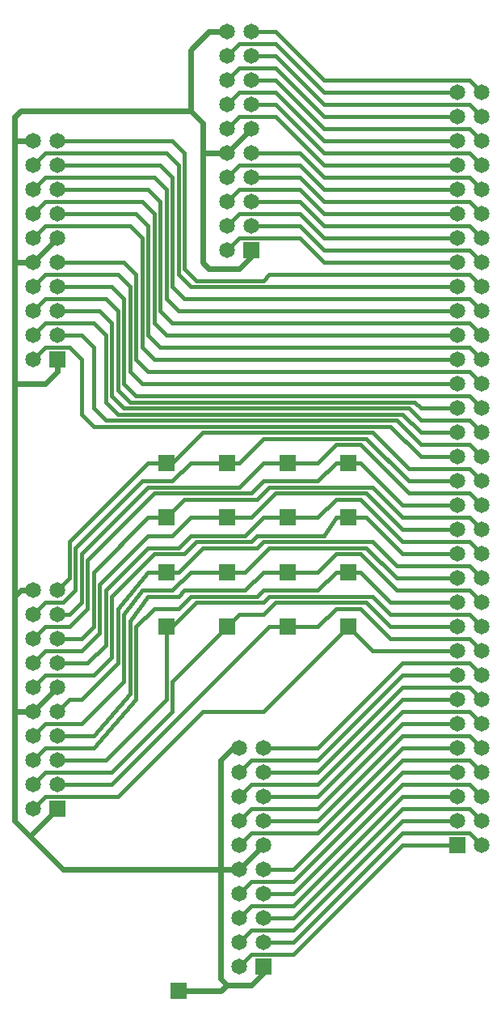
<source format=gbl>
G04 Output by ViewMate Deluxe V11.0.9  PentaLogix LLC*
G04 Mon Nov 10 18:18:37 2014*
%FSLAX33Y33*%
%MOMM*%
%IPPOS*%
%ADD10R,1.651X1.651*%
%ADD11C,1.651*%
%ADD12R,1.8009X1.8009*%
%ADD13C,0.6096*%
%ADD14C,0.4064*%

%LPD*%
X0Y0D2*D13*G1X29464Y30798D2*X26924Y28258D1*X28194Y93028D2*X28194Y92392D1*X26924Y91122*X23749Y91122*X23114Y91758*X23114Y103188*X28194Y105728D2*X25654Y103188D1*X23114Y103188*X23114Y106362*X21844Y107632*X25654Y115888D2*X23749Y115888D1*X21844Y113982*X21844Y107632*X4064Y107632*X3429Y106998*X3429Y104458*X5334Y104458D2*X3429Y104458D1*X3429Y91758*X7874Y94298D2*X5334Y91758D1*X3429Y91758*X3429Y79058*X7874Y81598D2*X7874Y80328D1*X6604Y79058*X3429Y79058*X3429Y56832*X5334Y57468D2*X4064Y57468D1*X3429Y56832*X3429Y44768*X7874Y47308D2*X5334Y44768D1*X3429Y44768*X3429Y33338*X5016Y31750*X7874Y34608D2*X5016Y31750D1*X8509Y28258*X25019Y28258*X26924Y28258*X29464Y18098D2*X29464Y17462D1*X28194Y16192*X25654Y16192*X20574Y15558D2*X25019Y15558D1*X25654Y16192*X25019Y16828*X25019Y28258*X25019Y39688*X26289Y40958*X26924Y40958*D14*X38354Y53658D2*X29464Y44768D1*X49784Y51118D2*X40894Y51118D1*X38354Y53658*X26924Y114618D2*X25654Y113348D1*X49784Y109538D2*X35814Y109538D1*X30734Y114618*X26924Y114618*X28194Y115888D2*X30734Y115888D1*X35814Y110808*X51054Y110808*X52324Y109538*X52324Y106998D2*X51054Y108268D1*X35814Y108268*X30734Y113348*X28194Y113348*X28194Y110808D2*X30734Y110808D1*X35814Y105728*X51054Y105728*X52324Y104458*X49784Y106998D2*X35814Y106998D1*X30734Y112078*X26924Y112078*X25654Y110808*X26924Y106998D2*X25654Y105728D1*X25654Y108268D2*X26924Y109538D1*X30734Y109538*X35814Y104458*X49784Y104458*X49784Y101918D2*X35814Y101918D1*X30734Y106998*X26924Y106998*X28194Y108268D2*X30734Y108268D1*X35814Y103188*X51054Y103188*X52324Y101918*X52324Y99378D2*X51054Y100648D1*X35814Y100648*X33274Y103188*X28194Y103188*X26924Y99378D2*X25654Y98108D1*X25654Y100648D2*X26924Y101918D1*X33274Y101918*X35814Y99378*X49784Y99378*X49784Y96838D2*X35814Y96838D1*X33274Y99378*X26924Y99378*X28194Y100648D2*X33274Y100648D1*X35814Y98108*X51054Y98108*X52324Y96838*X52324Y94298D2*X51054Y95568D1*X35814Y95568*X33274Y98108*X28194Y98108*X28194Y95568D2*X33274Y95568D1*X35814Y93028*X51054Y93028*X52324Y91758*X49784Y94298D2*X35814Y94298D1*X33274Y96838*X26924Y96838*X25654Y95568*X25654Y93028D2*X26924Y94298D1*X33274Y94298*X35814Y91758*X49784Y91758*X49784Y89218D2*X21844Y89218D1*X20574Y90488*X20574Y101918*X19304Y103188*X6604Y103188*X5334Y101918*X7874Y104458D2*X19939Y104458D1*X21209Y103188*X21209Y91122*X22479Y89852*X29464Y89852*X30099Y90488*X51054Y90488*X52324Y89218*X52324Y86678D2*X51054Y87948D1*X21209Y87948*X19939Y89218*X19939Y100648*X18669Y101918*X7874Y101918*X7874Y99378D2*X17399Y99378D1*X18669Y98108*X18669Y86678*X19939Y85408*X51054Y85408*X52324Y84138*X49784Y86678D2*X20574Y86678D1*X19304Y87948*X19304Y99378*X18034Y100648*X6604Y100648*X5334Y99378*X5334Y96838D2*X6604Y98108D1*X16764Y98108*X18034Y96838*X18034Y85408*X19304Y84138*X49784Y84138*X49784Y81598D2*X18034Y81598D1*X16764Y82868*X16764Y94298*X15494Y95568*X6604Y95568*X5334Y94298*X7874Y96838D2*X16129Y96838D1*X17399Y95568*X17399Y84138*X18669Y82868*X51054Y82868*X52324Y81598*X52324Y79058D2*X51054Y80328D1*X17399Y80328*X16129Y81598*X16129Y90488*X14859Y91758*X7874Y91758*X5334Y89218D2*X6604Y90488D1*X14224Y90488*X15494Y89218*X15494Y80328*X16764Y79058*X49784Y79058*X49784Y76518D2*X45974Y76518D1*X45339Y77152*X15494Y77152*X14224Y78422*X14224Y86678*X12954Y87948*X6604Y87948*X5334Y86678*X7874Y89218D2*X13589Y89218D1*X14859Y87948*X14859Y79058*X16129Y77788*X51054Y77788*X52324Y76518*X51054Y72708D2*X52324Y71438D1*X52324Y73978D2*X51054Y75248D1*X45974Y75248*X44704Y76518*X14859Y76518*X13589Y77788*X13589Y85408*X12319Y86678*X7874Y86678*X7874Y84138D2*X10414Y84138D1*X11684Y82868*X11684Y76518*X12954Y75248*X43434Y75248*X45974Y72708*X51054Y72708*X49784Y73978D2*X45974Y73978D1*X44069Y75882*X14224Y75882*X12954Y77152*X12954Y84138*X11684Y85408*X6604Y85408*X5334Y84138*X5334Y81598D2*X6604Y82868D1*X9144Y82868*X10414Y81598*X10414Y75882*X11684Y74612*X42799Y74612*X45974Y71438*X49784Y71438*X49784Y68898D2*X44704Y68898D1*X40259Y73342*X29464Y73342*X26924Y70802*X25654Y70802*X21844Y70802*X19939Y68898*X16764Y68898*X9779Y61912*X9779Y57468*X8509Y56198*X5334Y54928D2*X6604Y56198D1*X8509Y56198*X7874Y57468D2*X9144Y58738D1*X9144Y62548*X17399Y70802*X19304Y70802*X19939Y70802*X23114Y73978*X40894Y73978*X44704Y70168*X51054Y70168*X52324Y68898*X52324Y66358D2*X51054Y67628D1*X44704Y67628*X39624Y72708*X37084Y72708*X35179Y70802*X32004Y70802*X29464Y70802*X26924Y68262*X17399Y68262*X10414Y61278*X10414Y56198*X9144Y54928*X7874Y54928*X7874Y52388D2*X10414Y52388D1*X11684Y53658*X11684Y59372*X17399Y65088*X19304Y65088*X21209Y66992*X28829Y66992*X30099Y68262*X40894Y68262*X44069Y65088*X51054Y65088*X52324Y63818*X49784Y66358D2*X44069Y66358D1*X39624Y70802*X38354Y70802*X37084Y70802*X35179Y68898*X29464Y68898*X28194Y67628*X18034Y67628*X11049Y60642*X11049Y55562*X9144Y53658*X6604Y53658*X5334Y52388*X6604Y48578D2*X5334Y47308D1*X5334Y49848D2*X6604Y51118D1*X10414Y51118*X12319Y53022*X12319Y58102*X17399Y63182*X19939Y63182*X21844Y65088*X25654Y65088*X28194Y65088*X30734Y67628*X40259Y67628*X44069Y63818*X49784Y63818*X49784Y61278D2*X44069Y61278D1*X40259Y65088*X38354Y65088*X37084Y65088*X35814Y63182*X28829Y63182*X28194Y62548*X22479Y62548*X21209Y61278*X18034Y61278*X13589Y56832*X13589Y50482*X11684Y48578*X6604Y48578*X7874Y49848D2*X11049Y49848D1*X12954Y51752*X12954Y57468*X17399Y61912*X20574Y61912*X21844Y63182*X27559Y63182*X29464Y65088*X32004Y65088*X35179Y65088*X37084Y66992*X39624Y66992*X44069Y62548*X51054Y62548*X52324Y61278*X52324Y58738D2*X51054Y60008D1*X43434Y60008*X40894Y62548*X29464Y62548*X28829Y61912*X23114Y61912*X20574Y59372*X19304Y59372*X17399Y59372*X14224Y55562*X14224Y49848*X10414Y46038*X9144Y46038*X7874Y44768*X6604Y40958D2*X5334Y39688D1*X5334Y42228D2*X6604Y43498D1*X10414Y43498*X14859Y47942*X14859Y54928*X16764Y57468*X19939Y57468*X21844Y59372*X25654Y59372*X27559Y59372*X30099Y61912*X40259Y61912*X43434Y58738*X49784Y58738*X49784Y56198D2*X42799Y56198D1*X39624Y59372*X38354Y59372*X37084Y59372*X35179Y57468*X29464Y57468*X28829Y56832*X21844Y56832*X20574Y55562*X18034Y55562*X16129Y53658*X16129Y46038*X11684Y40958*X6604Y40958*X7874Y42228D2*X11684Y42228D1*X15494Y46672*X15494Y54292*X17399Y56832*X20574Y56832*X21209Y57468*X27559Y57468*X29464Y59372*X32004Y59372*X35179Y59372*X37084Y61278*X39624Y61278*X43434Y57468*X51054Y57468*X52324Y56198*X52324Y53658D2*X51054Y54928D1*X42799Y54928*X40894Y56832*X30099Y56832*X29464Y56198*X22479Y56198*X19939Y53658*X19304Y53658*X19304Y46038*X12954Y39688*X7874Y39688*X7874Y37148D2*X13589Y37148D1*X30099Y53658*X32004Y53658*X35179Y53658*X37084Y55562*X39624Y55562*X42799Y52388*X51054Y52388*X52324Y51118*X49784Y53658D2*X42799Y53658D1*X40259Y56198*X30734Y56198*X29464Y54928*X26924Y54928*X25654Y53658*X19939Y47942*X19939Y44768*X13589Y38418*X6604Y38418*X5334Y37148*X5334Y34608D2*X6604Y35878D1*X14224Y35878*X23114Y44768*X29464Y44768*X28194Y39688D2*X26924Y38418D1*X29464Y40958D2*X35179Y40958D1*X44069Y49848*X51054Y49848*X52324Y48578*X49784Y48578D2*X44069Y48578D1*X35179Y39688*X28194Y39688*X29464Y38418D2*X35179Y38418D1*X44069Y47308*X51054Y47308*X52324Y46038*X49784Y46038D2*X44069Y46038D1*X35179Y37148*X28194Y37148*X26924Y35878*X28194Y34608D2*X26924Y33338D1*X29464Y35878D2*X35179Y35878D1*X44069Y44768*X51054Y44768*X52324Y43498*X49784Y43498D2*X44069Y43498D1*X35179Y34608*X28194Y34608*X29464Y33338D2*X35179Y33338D1*X44069Y42228*X51054Y42228*X52324Y40958*X49784Y40958D2*X44069Y40958D1*X35179Y32068*X28194Y32068*X26924Y30798*X28194Y26988D2*X26924Y25718D1*X29464Y28258D2*X32639Y28258D1*X44069Y39688*X51054Y39688*X52324Y38418*X51054Y37148D2*X44069Y37148D1*X32639Y25718*X29464Y25718*X29464Y23178D2*X32639Y23178D1*X44069Y34608*X51054Y34608*X49784Y35878D2*X44069Y35878D1*X32639Y24448*X28194Y24448*X26924Y23178*X28194Y19368D2*X26924Y18098D1*X26924Y20638D2*X28194Y21908D1*X32639Y21908*X44069Y33338*X49784Y33338*X49784Y30798D2*X44069Y30798D1*X32639Y19368*X28194Y19368*X29464Y20638D2*X32639Y20638D1*X44069Y32068*X51054Y32068*X52324Y30798*X51054Y34608D2*X52324Y33338D1*X51054Y37148D2*X52324Y35878D1*X49784Y38418D2*X44069Y38418D1*X32639Y26988*X28194Y26988*D10*X28194Y93028D3*X7874Y81598D3*X49784Y30798D3*X29464Y18098D3*X7874Y34608D3*D11*X49784Y43498D3*X49784Y46038D3*X49784Y48578D3*X49784Y51118D3*X49784Y53658D3*X49784Y56198D3*X49784Y58738D3*X49784Y61278D3*X49784Y63818D3*X49784Y66358D3*X49784Y68898D3*X49784Y71438D3*X49784Y73978D3*X49784Y76518D3*X49784Y79058D3*X49784Y81598D3*X49784Y84138D3*X49784Y86678D3*X49784Y89218D3*X49784Y91758D3*X49784Y94298D3*X49784Y96838D3*X49784Y99378D3*X49784Y101918D3*X49784Y104458D3*X49784Y106998D3*X49784Y109538D3*X52324Y109538D3*X52324Y106998D3*X52324Y104458D3*X52324Y101918D3*X52324Y99378D3*X52324Y96838D3*X52324Y94298D3*X52324Y91758D3*X52324Y89218D3*X52324Y86678D3*X52324Y84138D3*X52324Y81598D3*X52324Y79058D3*X52324Y76518D3*X52324Y73978D3*X52324Y71438D3*X52324Y68898D3*X52324Y66358D3*X52324Y63818D3*X52324Y61278D3*X52324Y58738D3*X52324Y56198D3*X52324Y53658D3*X52324Y51118D3*X52324Y48578D3*X52324Y46038D3*X52324Y43498D3*X52324Y40958D3*X52324Y38418D3*X52324Y35878D3*X52324Y30798D3*X52324Y33338D3*X49784Y33338D3*X49784Y35878D3*X49784Y38418D3*X49784Y40958D3*X29464Y40958D3*X29464Y38418D3*X29464Y35878D3*X29464Y33338D3*X29464Y30798D3*X29464Y28258D3*X29464Y25718D3*X29464Y23178D3*X29464Y20638D3*X26924Y18098D3*X26924Y20638D3*X26924Y23178D3*X26924Y25718D3*X26924Y28258D3*X26924Y30798D3*X26924Y33338D3*X26924Y35878D3*X26924Y38418D3*X26924Y40958D3*X5334Y57468D3*X5334Y54928D3*X5334Y52388D3*X5334Y49848D3*X5334Y47308D3*X5334Y44768D3*X5334Y42228D3*X5334Y39688D3*X5334Y34608D3*X5334Y37148D3*X7874Y37148D3*X7874Y39688D3*X7874Y42228D3*X7874Y44768D3*X7874Y47308D3*X7874Y49848D3*X7874Y52388D3*X7874Y54928D3*X7874Y57468D3*X7874Y94298D3*X7874Y96838D3*X7874Y99378D3*X7874Y101918D3*X7874Y104458D3*X5334Y104458D3*X5334Y101918D3*X5334Y99378D3*X5334Y96838D3*X5334Y94298D3*X5334Y91758D3*X5334Y89218D3*X5334Y86678D3*X5334Y81598D3*X5334Y84138D3*X7874Y84138D3*X7874Y86678D3*X7874Y89218D3*X7874Y91758D3*X25654Y93028D3*X25654Y95568D3*X25654Y98108D3*X25654Y100648D3*X25654Y103188D3*X25654Y105728D3*X25654Y108268D3*X25654Y110808D3*X25654Y113348D3*X25654Y115888D3*X28194Y115888D3*X28194Y113348D3*X28194Y110808D3*X28194Y108268D3*X28194Y105728D3*X28194Y103188D3*X28194Y100648D3*X28194Y98108D3*X28194Y95568D3*D12*X38354Y53658D3*X38354Y59372D3*X38354Y65088D3*X38354Y70802D3*X32004Y70802D3*X32004Y65088D3*X32004Y59372D3*X32004Y53658D3*X25654Y53658D3*X25654Y59372D3*X25654Y65088D3*X25654Y70802D3*X19304Y70802D3*X19304Y65088D3*X19304Y59372D3*X19304Y53658D3*X20574Y15558D3*X0Y0D2*M02*
</source>
